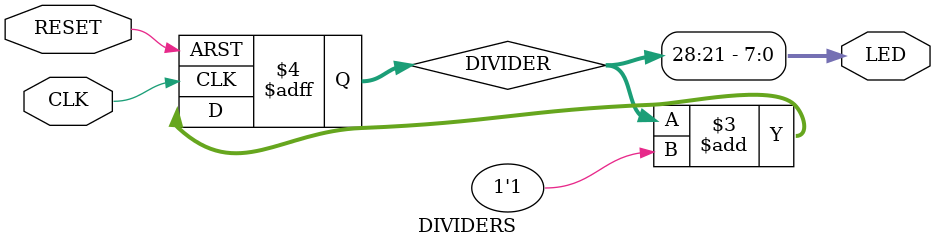
<source format=v>
`timescale 1ns / 1ps
module DIVIDERS(CLK, RESET, LED);
    input CLK;
    input RESET;
    output [7:0] LED;

	 wire [7:0] LED;
	 reg [28:0] DIVIDER;
	 
	 //DIVIDER
	 always @(posedge CLK or negedge RESET)
		begin
			if(!RESET)
				DIVIDER <= {28'h0000000, 1'b0};
			else
				DIVIDER <= DIVIDER + 1'b1;
		end
		
	 assign LED[0] = DIVIDER[21];
	 assign LED[1] = DIVIDER[22];
	 assign LED[2] = DIVIDER[23];
	 assign LED[3] = DIVIDER[24];
	 assign LED[4] = DIVIDER[25];
	 assign LED[5] = DIVIDER[26];
	 assign LED[6] = DIVIDER[27];
	 assign LED[7] = DIVIDER[28];

endmodule

</source>
